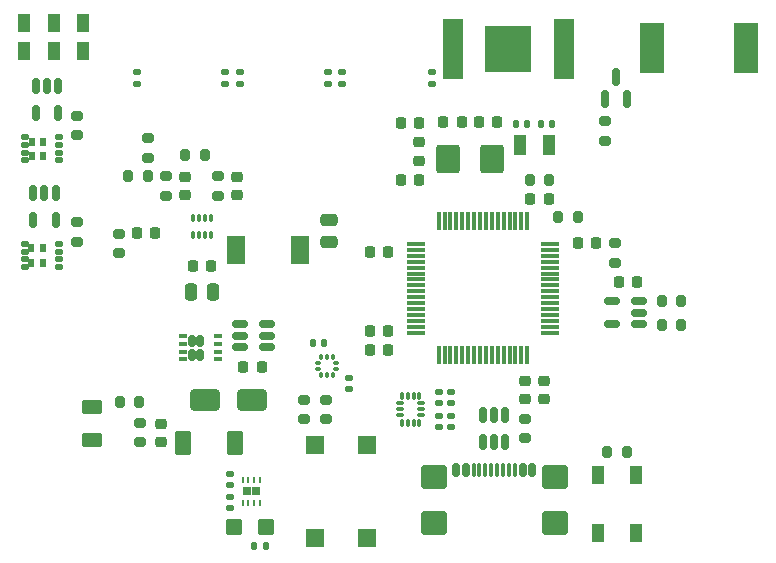
<source format=gbr>
%TF.GenerationSoftware,KiCad,Pcbnew,9.0.6*%
%TF.CreationDate,2026-01-10T10:28:34+02:00*%
%TF.ProjectId,flight_comp,666c6967-6874-45f6-936f-6d702e6b6963,rev?*%
%TF.SameCoordinates,Original*%
%TF.FileFunction,Paste,Top*%
%TF.FilePolarity,Positive*%
%FSLAX46Y46*%
G04 Gerber Fmt 4.6, Leading zero omitted, Abs format (unit mm)*
G04 Created by KiCad (PCBNEW 9.0.6) date 2026-01-10 10:28:34*
%MOMM*%
%LPD*%
G01*
G04 APERTURE LIST*
G04 Aperture macros list*
%AMRoundRect*
0 Rectangle with rounded corners*
0 $1 Rounding radius*
0 $2 $3 $4 $5 $6 $7 $8 $9 X,Y pos of 4 corners*
0 Add a 4 corners polygon primitive as box body*
4,1,4,$2,$3,$4,$5,$6,$7,$8,$9,$2,$3,0*
0 Add four circle primitives for the rounded corners*
1,1,$1+$1,$2,$3*
1,1,$1+$1,$4,$5*
1,1,$1+$1,$6,$7*
1,1,$1+$1,$8,$9*
0 Add four rect primitives between the rounded corners*
20,1,$1+$1,$2,$3,$4,$5,0*
20,1,$1+$1,$4,$5,$6,$7,0*
20,1,$1+$1,$6,$7,$8,$9,0*
20,1,$1+$1,$8,$9,$2,$3,0*%
G04 Aperture macros list end*
%ADD10RoundRect,0.200000X0.275000X-0.200000X0.275000X0.200000X-0.275000X0.200000X-0.275000X-0.200000X0*%
%ADD11RoundRect,0.135000X-0.185000X0.135000X-0.185000X-0.135000X0.185000X-0.135000X0.185000X0.135000X0*%
%ADD12RoundRect,0.135000X0.185000X-0.135000X0.185000X0.135000X-0.185000X0.135000X-0.185000X-0.135000X0*%
%ADD13RoundRect,0.150000X0.150000X-0.587500X0.150000X0.587500X-0.150000X0.587500X-0.150000X-0.587500X0*%
%ADD14RoundRect,0.225000X-0.225000X-0.250000X0.225000X-0.250000X0.225000X0.250000X-0.225000X0.250000X0*%
%ADD15R,1.500000X1.500000*%
%ADD16RoundRect,0.200000X-0.275000X0.200000X-0.275000X-0.200000X0.275000X-0.200000X0.275000X0.200000X0*%
%ADD17RoundRect,0.225000X-0.250000X0.225000X-0.250000X-0.225000X0.250000X-0.225000X0.250000X0.225000X0*%
%ADD18RoundRect,0.140000X0.140000X0.170000X-0.140000X0.170000X-0.140000X-0.170000X0.140000X-0.170000X0*%
%ADD19RoundRect,0.150000X0.150000X0.350000X-0.150000X0.350000X-0.150000X-0.350000X0.150000X-0.350000X0*%
%ADD20RoundRect,0.105000X0.245000X0.105000X-0.245000X0.105000X-0.245000X-0.105000X0.245000X-0.105000X0*%
%ADD21RoundRect,0.218750X-0.256250X0.218750X-0.256250X-0.218750X0.256250X-0.218750X0.256250X0.218750X0*%
%ADD22RoundRect,0.087500X-0.125000X-0.087500X0.125000X-0.087500X0.125000X0.087500X-0.125000X0.087500X0*%
%ADD23RoundRect,0.087500X-0.087500X-0.125000X0.087500X-0.125000X0.087500X0.125000X-0.087500X0.125000X0*%
%ADD24R,1.000000X1.800000*%
%ADD25RoundRect,0.150000X0.150000X-0.512500X0.150000X0.512500X-0.150000X0.512500X-0.150000X-0.512500X0*%
%ADD26RoundRect,0.140000X-0.170000X0.140000X-0.170000X-0.140000X0.170000X-0.140000X0.170000X0.140000X0*%
%ADD27R,0.570000X0.738000*%
%ADD28RoundRect,0.125000X0.190000X0.125000X-0.190000X0.125000X-0.190000X-0.125000X0.190000X-0.125000X0*%
%ADD29RoundRect,0.225000X0.225000X0.250000X-0.225000X0.250000X-0.225000X-0.250000X0.225000X-0.250000X0*%
%ADD30RoundRect,0.200000X0.200000X0.275000X-0.200000X0.275000X-0.200000X-0.275000X0.200000X-0.275000X0*%
%ADD31R,1.000000X1.500000*%
%ADD32RoundRect,0.250000X-0.457500X-0.445000X0.457500X-0.445000X0.457500X0.445000X-0.457500X0.445000X0*%
%ADD33RoundRect,0.218750X0.218750X0.256250X-0.218750X0.256250X-0.218750X-0.256250X0.218750X-0.256250X0*%
%ADD34RoundRect,0.200000X-0.200000X-0.275000X0.200000X-0.275000X0.200000X0.275000X-0.200000X0.275000X0*%
%ADD35RoundRect,0.150000X0.512500X0.150000X-0.512500X0.150000X-0.512500X-0.150000X0.512500X-0.150000X0*%
%ADD36RoundRect,0.140000X0.170000X-0.140000X0.170000X0.140000X-0.170000X0.140000X-0.170000X-0.140000X0*%
%ADD37R,2.000000X4.200000*%
%ADD38R,1.780000X5.080000*%
%ADD39R,3.960000X3.960000*%
%ADD40RoundRect,0.050000X0.100000X-0.285000X0.100000X0.285000X-0.100000X0.285000X-0.100000X-0.285000X0*%
%ADD41R,1.000000X1.600000*%
%ADD42RoundRect,0.087500X0.087500X-0.225000X0.087500X0.225000X-0.087500X0.225000X-0.087500X-0.225000X0*%
%ADD43RoundRect,0.087500X0.225000X-0.087500X0.225000X0.087500X-0.225000X0.087500X-0.225000X-0.087500X0*%
%ADD44RoundRect,0.225000X0.250000X-0.225000X0.250000X0.225000X-0.250000X0.225000X-0.250000X-0.225000X0*%
%ADD45R,1.500000X2.400000*%
%ADD46RoundRect,0.140000X-0.140000X-0.170000X0.140000X-0.170000X0.140000X0.170000X-0.140000X0.170000X0*%
%ADD47R,0.650000X0.750000*%
%ADD48RoundRect,0.062500X-0.062500X0.187500X-0.062500X-0.187500X0.062500X-0.187500X0.062500X0.187500X0*%
%ADD49RoundRect,0.075000X-0.075000X0.700000X-0.075000X-0.700000X0.075000X-0.700000X0.075000X0.700000X0*%
%ADD50RoundRect,0.075000X-0.700000X0.075000X-0.700000X-0.075000X0.700000X-0.075000X0.700000X0.075000X0*%
%ADD51RoundRect,0.150000X-0.150000X0.512500X-0.150000X-0.512500X0.150000X-0.512500X0.150000X0.512500X0*%
%ADD52RoundRect,0.135000X-0.135000X-0.185000X0.135000X-0.185000X0.135000X0.185000X-0.135000X0.185000X0*%
%ADD53RoundRect,0.250000X-1.000000X-0.650000X1.000000X-0.650000X1.000000X0.650000X-1.000000X0.650000X0*%
%ADD54RoundRect,0.250000X-0.450000X-0.800000X0.450000X-0.800000X0.450000X0.800000X-0.450000X0.800000X0*%
%ADD55RoundRect,0.250000X-0.250000X-0.475000X0.250000X-0.475000X0.250000X0.475000X-0.250000X0.475000X0*%
%ADD56RoundRect,0.150000X-0.150000X-0.425000X0.150000X-0.425000X0.150000X0.425000X-0.150000X0.425000X0*%
%ADD57RoundRect,0.075000X-0.075000X-0.500000X0.075000X-0.500000X0.075000X0.500000X-0.075000X0.500000X0*%
%ADD58RoundRect,0.250000X-0.840000X-0.750000X0.840000X-0.750000X0.840000X0.750000X-0.840000X0.750000X0*%
%ADD59RoundRect,0.250000X0.750000X0.950000X-0.750000X0.950000X-0.750000X-0.950000X0.750000X-0.950000X0*%
%ADD60RoundRect,0.250000X0.475000X-0.250000X0.475000X0.250000X-0.475000X0.250000X-0.475000X-0.250000X0*%
%ADD61RoundRect,0.250000X-0.625000X0.375000X-0.625000X-0.375000X0.625000X-0.375000X0.625000X0.375000X0*%
G04 APERTURE END LIST*
D10*
%TO.C,R33*%
X134830000Y-94650000D03*
X134830000Y-93000000D03*
%TD*%
D11*
%TO.C,R19*%
X112600000Y-88840000D03*
X112600000Y-89860000D03*
%TD*%
D12*
%TO.C,R22*%
X111425000Y-89860000D03*
X111425000Y-88840000D03*
%TD*%
D13*
%TO.C,Q5*%
X134850000Y-91137500D03*
X136750000Y-91137500D03*
X135800000Y-89262500D03*
%TD*%
D14*
%TO.C,C11*%
X136025000Y-106600000D03*
X137575000Y-106600000D03*
%TD*%
D15*
%TO.C,SW1*%
X110275000Y-128250000D03*
X110275000Y-120450000D03*
%TD*%
D16*
%TO.C,R10*%
X96125000Y-94450000D03*
X96125000Y-96100000D03*
%TD*%
D11*
%TO.C,R23*%
X103925000Y-88840000D03*
X103925000Y-89860000D03*
%TD*%
D17*
%TO.C,C6*%
X128075000Y-115000000D03*
X128075000Y-116550000D03*
%TD*%
D18*
%TO.C,C20*%
X130360000Y-93200000D03*
X129400000Y-93200000D03*
%TD*%
D19*
%TO.C,Q2*%
X100580000Y-112765000D03*
X100580000Y-111635000D03*
X99870000Y-112765000D03*
X99870000Y-111635000D03*
D20*
X99100000Y-113175000D03*
X99100000Y-112525000D03*
X99100000Y-111875000D03*
X99100000Y-111225000D03*
X102100000Y-113175000D03*
X102100000Y-112525000D03*
X102100000Y-111875000D03*
X102100000Y-111225000D03*
%TD*%
D16*
%TO.C,R15*%
X90192500Y-92525000D03*
X90192500Y-94175000D03*
%TD*%
D21*
%TO.C,L2*%
X119125000Y-94762500D03*
X119125000Y-96337500D03*
%TD*%
D22*
%TO.C,IC1*%
X110537500Y-113512500D03*
X110537500Y-114012500D03*
D23*
X110800000Y-114525000D03*
X111300000Y-114525000D03*
X111800000Y-114525000D03*
D22*
X112062500Y-114012500D03*
X112062500Y-113512500D03*
D23*
X111800000Y-113000000D03*
X111300000Y-113000000D03*
X110800000Y-113000000D03*
%TD*%
D24*
%TO.C,Y2*%
X130125000Y-95000000D03*
X127625000Y-95000000D03*
%TD*%
D10*
%TO.C,R12*%
X97725000Y-99300000D03*
X97725000Y-97650000D03*
%TD*%
D25*
%TO.C,U8*%
X124525000Y-120162500D03*
X125475000Y-120162500D03*
X126425000Y-120162500D03*
X126425000Y-117887500D03*
X125475000Y-117887500D03*
X124525000Y-117887500D03*
%TD*%
D11*
%TO.C,R20*%
X95200000Y-88840000D03*
X95200000Y-89860000D03*
%TD*%
D26*
%TO.C,C21*%
X103110000Y-122870000D03*
X103110000Y-123830000D03*
%TD*%
D27*
%TO.C,Q3*%
X87282500Y-95960000D03*
X87282500Y-94740000D03*
X86332500Y-95960000D03*
X86332500Y-94740000D03*
D28*
X85752500Y-96322500D03*
X85752500Y-95680000D03*
X85752500Y-95020000D03*
X85752500Y-94377500D03*
X88632500Y-96320000D03*
X88632500Y-95680000D03*
X88632500Y-95020000D03*
X88632500Y-94380000D03*
%TD*%
D29*
%TO.C,C31*%
X116500000Y-112350000D03*
X114950000Y-112350000D03*
%TD*%
D12*
%TO.C,R18*%
X120200000Y-89860000D03*
X120200000Y-88840000D03*
%TD*%
D30*
%TO.C,R29*%
X141300000Y-110250000D03*
X139650000Y-110250000D03*
%TD*%
D14*
%TO.C,C27*%
X128550000Y-99550000D03*
X130100000Y-99550000D03*
%TD*%
%TO.C,C26*%
X104225000Y-113800000D03*
X105775000Y-113800000D03*
%TD*%
D26*
%TO.C,C37*%
X121800000Y-115920000D03*
X121800000Y-116880000D03*
%TD*%
D14*
%TO.C,C33*%
X132550000Y-103350000D03*
X134100000Y-103350000D03*
%TD*%
D29*
%TO.C,C29*%
X119100000Y-97950000D03*
X117550000Y-97950000D03*
%TD*%
D31*
%TO.C,D4*%
X137475000Y-122975000D03*
X134275000Y-122975000D03*
X134275000Y-127875000D03*
X137475000Y-127875000D03*
%TD*%
D29*
%TO.C,C28*%
X119100000Y-93150000D03*
X117550000Y-93150000D03*
%TD*%
D10*
%TO.C,R14*%
X128075000Y-119850000D03*
X128075000Y-118200000D03*
%TD*%
D26*
%TO.C,C34*%
X120800000Y-117920000D03*
X120800000Y-118880000D03*
%TD*%
D32*
%TO.C,C24*%
X103450000Y-127350000D03*
X106155000Y-127350000D03*
%TD*%
D33*
%TO.C,D1*%
X96775000Y-102500000D03*
X95200000Y-102500000D03*
%TD*%
D34*
%TO.C,R30*%
X93775000Y-116800000D03*
X95425000Y-116800000D03*
%TD*%
D35*
%TO.C,U5*%
X137737500Y-110150000D03*
X137737500Y-109200000D03*
X137737500Y-108250000D03*
X135462500Y-108250000D03*
X135462500Y-110150000D03*
%TD*%
D36*
%TO.C,C22*%
X103110000Y-125780000D03*
X103110000Y-124820000D03*
%TD*%
D37*
%TO.C,BZ1*%
X146800000Y-86800000D03*
X138800000Y-86800000D03*
%TD*%
D10*
%TO.C,R24*%
X111200000Y-118225000D03*
X111200000Y-116575000D03*
%TD*%
%TO.C,R8*%
X93700000Y-104175000D03*
X93700000Y-102525000D03*
%TD*%
D38*
%TO.C,BT1*%
X121950000Y-86850000D03*
X131350000Y-86850000D03*
D39*
X126650000Y-86850000D03*
%TD*%
D40*
%TO.C,U6*%
X99975000Y-102640000D03*
X100475000Y-102640000D03*
X100975000Y-102640000D03*
X101475000Y-102640000D03*
X101475000Y-101160000D03*
X100975000Y-101160000D03*
X100475000Y-101160000D03*
X99975000Y-101160000D03*
%TD*%
D10*
%TO.C,R13*%
X102125000Y-99325000D03*
X102125000Y-97675000D03*
%TD*%
D35*
%TO.C,U10*%
X106200000Y-112100000D03*
X106200000Y-111150000D03*
X106200000Y-110200000D03*
X103925000Y-110200000D03*
X103925000Y-111150000D03*
X103925000Y-112100000D03*
%TD*%
D17*
%TO.C,C14*%
X97275000Y-118600000D03*
X97275000Y-120150000D03*
%TD*%
D41*
%TO.C,SW3*%
X85700000Y-84650000D03*
X88200000Y-84650000D03*
X90700000Y-84650000D03*
X85700000Y-87050000D03*
X88200000Y-87050000D03*
X90700000Y-87050000D03*
%TD*%
D42*
%TO.C,U13*%
X117650000Y-118562500D03*
X118150000Y-118562500D03*
X118650000Y-118562500D03*
X119150000Y-118562500D03*
D43*
X119312500Y-117900000D03*
X119312500Y-117400000D03*
X119312500Y-116900000D03*
D42*
X119150000Y-116237500D03*
X118650000Y-116237500D03*
X118150000Y-116237500D03*
X117650000Y-116237500D03*
D43*
X117487500Y-116900000D03*
X117487500Y-117400000D03*
X117487500Y-117900000D03*
%TD*%
D16*
%TO.C,R16*%
X90192500Y-101575000D03*
X90192500Y-103225000D03*
%TD*%
D44*
%TO.C,C12*%
X99325000Y-99275000D03*
X99325000Y-97725000D03*
%TD*%
D45*
%TO.C,L1*%
X103575000Y-103900000D03*
X109075000Y-103900000D03*
%TD*%
D46*
%TO.C,C23*%
X127320000Y-93200000D03*
X128280000Y-93200000D03*
%TD*%
D16*
%TO.C,R6*%
X135725000Y-103325000D03*
X135725000Y-104975000D03*
%TD*%
%TO.C,R31*%
X95475000Y-118550000D03*
X95475000Y-120200000D03*
%TD*%
D47*
%TO.C,IC4*%
X105320000Y-124340000D03*
X104520000Y-124340000D03*
D48*
X105670000Y-123390000D03*
X105170000Y-123390000D03*
X104670000Y-123390000D03*
X104170000Y-123390000D03*
X104170000Y-125290000D03*
X104670000Y-125290000D03*
X105170000Y-125290000D03*
X105670000Y-125290000D03*
%TD*%
D49*
%TO.C,U1*%
X128275000Y-101475000D03*
X127775000Y-101475000D03*
X127275000Y-101475000D03*
X126775000Y-101475000D03*
X126275000Y-101475000D03*
X125775000Y-101475000D03*
X125275000Y-101475000D03*
X124775000Y-101475000D03*
X124275000Y-101475000D03*
X123775000Y-101475000D03*
X123275000Y-101475000D03*
X122775000Y-101475000D03*
X122275000Y-101475000D03*
X121775000Y-101475000D03*
X121275000Y-101475000D03*
X120775000Y-101475000D03*
D50*
X118850000Y-103400000D03*
X118850000Y-103900000D03*
X118850000Y-104400000D03*
X118850000Y-104900000D03*
X118850000Y-105400000D03*
X118850000Y-105900000D03*
X118850000Y-106400000D03*
X118850000Y-106900000D03*
X118850000Y-107400000D03*
X118850000Y-107900000D03*
X118850000Y-108400000D03*
X118850000Y-108900000D03*
X118850000Y-109400000D03*
X118850000Y-109900000D03*
X118850000Y-110400000D03*
X118850000Y-110900000D03*
D49*
X120775000Y-112825000D03*
X121275000Y-112825000D03*
X121775000Y-112825000D03*
X122275000Y-112825000D03*
X122775000Y-112825000D03*
X123275000Y-112825000D03*
X123775000Y-112825000D03*
X124275000Y-112825000D03*
X124775000Y-112825000D03*
X125275000Y-112825000D03*
X125775000Y-112825000D03*
X126275000Y-112825000D03*
X126775000Y-112825000D03*
X127275000Y-112825000D03*
X127775000Y-112825000D03*
X128275000Y-112825000D03*
D50*
X130200000Y-110900000D03*
X130200000Y-110400000D03*
X130200000Y-109900000D03*
X130200000Y-109400000D03*
X130200000Y-108900000D03*
X130200000Y-108400000D03*
X130200000Y-107900000D03*
X130200000Y-107400000D03*
X130200000Y-106900000D03*
X130200000Y-106400000D03*
X130200000Y-105900000D03*
X130200000Y-105400000D03*
X130200000Y-104900000D03*
X130200000Y-104400000D03*
X130200000Y-103900000D03*
X130200000Y-103400000D03*
%TD*%
D30*
%TO.C,R11*%
X96150000Y-97675000D03*
X94500000Y-97675000D03*
%TD*%
D14*
%TO.C,C8*%
X121175000Y-93100000D03*
X122725000Y-93100000D03*
%TD*%
D26*
%TO.C,C35*%
X121800000Y-117920000D03*
X121800000Y-118880000D03*
%TD*%
D51*
%TO.C,U12*%
X88342500Y-99062500D03*
X87392500Y-99062500D03*
X86442500Y-99062500D03*
X86442500Y-101337500D03*
X88342500Y-101337500D03*
%TD*%
D17*
%TO.C,C13*%
X103725000Y-97725000D03*
X103725000Y-99275000D03*
%TD*%
D10*
%TO.C,R25*%
X109400000Y-118225000D03*
X109400000Y-116575000D03*
%TD*%
D51*
%TO.C,U11*%
X88542500Y-90012500D03*
X87592500Y-90012500D03*
X86642500Y-90012500D03*
X86642500Y-92287500D03*
X88542500Y-92287500D03*
%TD*%
D52*
%TO.C,R34*%
X105120000Y-128950000D03*
X106140000Y-128950000D03*
%TD*%
D53*
%TO.C,D3*%
X101000000Y-116600000D03*
X105000000Y-116600000D03*
%TD*%
D54*
%TO.C,D6*%
X99110000Y-120260000D03*
X103510000Y-120260000D03*
%TD*%
D34*
%TO.C,R32*%
X130900000Y-101150000D03*
X132550000Y-101150000D03*
%TD*%
D29*
%TO.C,C32*%
X116475000Y-104100000D03*
X114925000Y-104100000D03*
%TD*%
%TO.C,C7*%
X116500000Y-110750000D03*
X114950000Y-110750000D03*
%TD*%
D30*
%TO.C,R28*%
X141300000Y-108250000D03*
X139650000Y-108250000D03*
%TD*%
D55*
%TO.C,C16*%
X99775000Y-107500000D03*
X101675000Y-107500000D03*
%TD*%
D27*
%TO.C,Q4*%
X87242500Y-104980000D03*
X87242500Y-103760000D03*
X86292500Y-104980000D03*
X86292500Y-103760000D03*
D28*
X85712500Y-105342500D03*
X85712500Y-104700000D03*
X85712500Y-104040000D03*
X85712500Y-103397500D03*
X88592500Y-105340000D03*
X88592500Y-104700000D03*
X88592500Y-104040000D03*
X88592500Y-103400000D03*
%TD*%
D36*
%TO.C,C2*%
X113200000Y-115680000D03*
X113200000Y-114720000D03*
%TD*%
D34*
%TO.C,R9*%
X99300000Y-95850000D03*
X100950000Y-95850000D03*
%TD*%
D36*
%TO.C,C36*%
X120800000Y-116880000D03*
X120800000Y-115920000D03*
%TD*%
D56*
%TO.C,J4*%
X122275000Y-122545000D03*
X123075000Y-122545000D03*
D57*
X124225000Y-122545000D03*
X125225000Y-122545000D03*
X125725000Y-122545000D03*
X126725000Y-122545000D03*
D56*
X127875000Y-122545000D03*
X128675000Y-122545000D03*
X128675000Y-122545000D03*
X127875000Y-122545000D03*
D57*
X127225000Y-122545000D03*
X126225000Y-122545000D03*
X124725000Y-122545000D03*
X123725000Y-122545000D03*
D56*
X123075000Y-122545000D03*
X122275000Y-122545000D03*
D58*
X120365000Y-123120000D03*
X120365000Y-127050000D03*
X130585000Y-123120000D03*
X130585000Y-127050000D03*
%TD*%
D34*
%TO.C,R5*%
X128500000Y-97950000D03*
X130150000Y-97950000D03*
%TD*%
D59*
%TO.C,Y1*%
X125250000Y-96200000D03*
X121550000Y-96200000D03*
%TD*%
D17*
%TO.C,C30*%
X129675000Y-115000000D03*
X129675000Y-116550000D03*
%TD*%
D14*
%TO.C,C17*%
X99950000Y-105300000D03*
X101500000Y-105300000D03*
%TD*%
D18*
%TO.C,C1*%
X111080000Y-111800000D03*
X110120000Y-111800000D03*
%TD*%
D60*
%TO.C,C15*%
X111525000Y-103250000D03*
X111525000Y-101350000D03*
%TD*%
D61*
%TO.C,F1*%
X91400000Y-117200000D03*
X91400000Y-120000000D03*
%TD*%
D29*
%TO.C,C9*%
X125725000Y-93100000D03*
X124175000Y-93100000D03*
%TD*%
D34*
%TO.C,R21*%
X135050000Y-121025000D03*
X136700000Y-121025000D03*
%TD*%
D15*
%TO.C,SW2*%
X114700000Y-128250000D03*
X114700000Y-120450000D03*
%TD*%
D12*
%TO.C,R17*%
X102700000Y-89860000D03*
X102700000Y-88840000D03*
%TD*%
M02*

</source>
